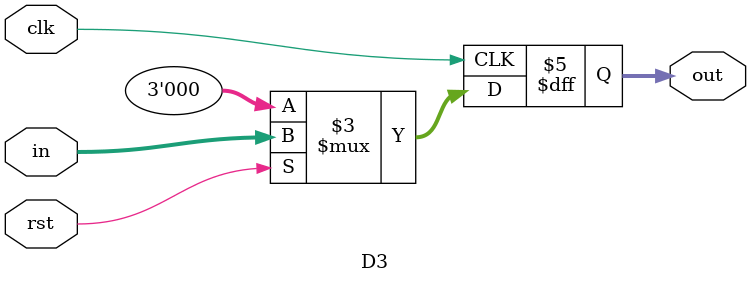
<source format=v>
`timescale 1ns / 1ps


module D3(
    input rst,
    input clk,
    input [2:0] in,
    output reg[2:0] out
    );

    always @ ( posedge clk ) begin
        if (rst) out = in;
        else out = 3'b000;
    end
endmodule

</source>
